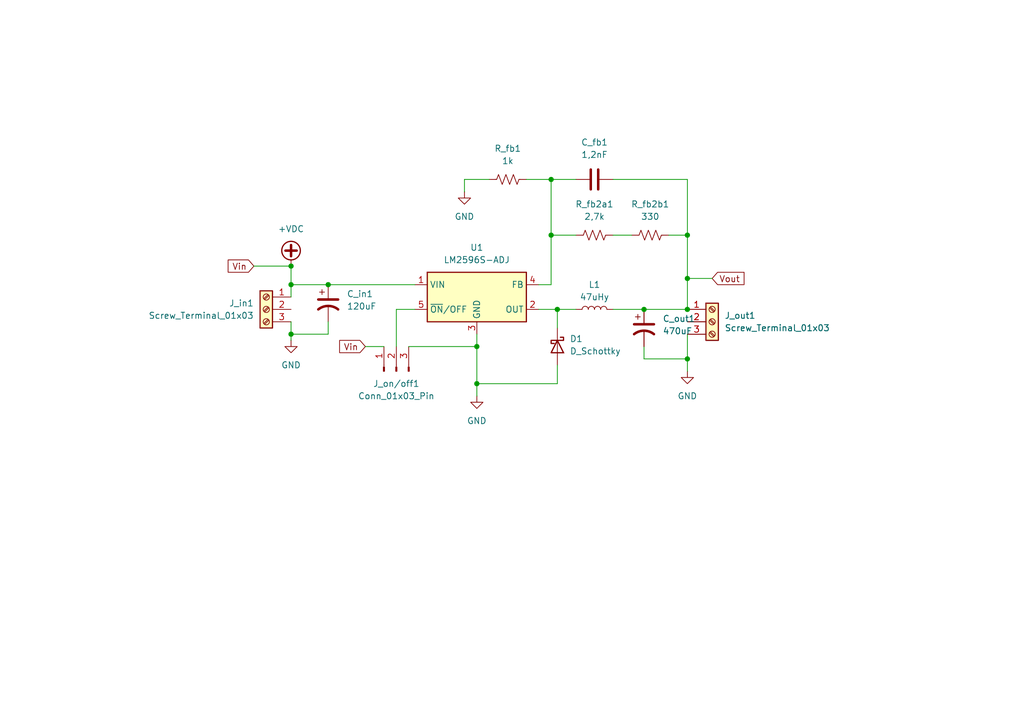
<source format=kicad_sch>
(kicad_sch (version 20231120) (generator "eeschema") (generator_version "8.0")
  (paper "A5")
  (title_block (title "Regulador Buck 5V") (rev "0") (company "UTN - FRBA - Electrónica de Potencia") (comment 1 "Zolezzi Mir, Lucio") (comment 2 "Gomez, Hugo Alejandro") (comment 3 "Alumnos:"))
  (lib_symbols
    (symbol "Connector:Conn_01x03_Pin" (pin_names (offset 1.016) hide)
      (property "Reference" "J" (at 0 5.08 0))
      (property "Value" "Conn_01x03_Pin" (at 0 -5.08 0))
      (symbol "Conn_01x03_Pin_1_1"
        (polyline (pts (xy 1.27 -2.54) (xy 0.8636 -2.54)) (stroke (width 0.1524)))
        (polyline (pts (xy 1.27 0) (xy 0.8636 0)) (stroke (width 0.1524)))
        (polyline (pts (xy 1.27 2.54) (xy 0.8636 2.54)) (stroke (width 0.1524)))
        (rectangle (start 0.8636 -2.413) (end 0 -2.667) (stroke (width 0.1524)) (fill (type outline)))
        (rectangle (start 0.8636 0.127) (end 0 -0.127) (stroke (width 0.1524)) (fill (type outline)))
        (rectangle (start 0.8636 2.667) (end 0 2.413) (stroke (width 0.1524)) (fill (type outline)))
        (pin passive line (at 5.08 2.54 180) (length 3.81) (name "Pin_1") (number "1"))
        (pin passive line (at 5.08 0 180) (length 3.81) (name "Pin_2") (number "2"))
        (pin passive line (at 5.08 -2.54 180) (length 3.81) (name "Pin_3") (number "3"))
      )
    )
    (symbol "Connector:Screw_Terminal_01x03" (pin_names (offset 1.016) hide)
      (property "Reference" "J" (at 0 5.08 0))
      (property "Value" "Screw_Terminal_01x03" (at 0 -5.08 0))
      (symbol "Screw_Terminal_01x03_1_1"
        (rectangle (start -1.27 3.81) (end 1.27 -3.81) (stroke (width 0.254)) (fill (type background)))
        (circle (center 0 -2.54) (radius 0.635) (stroke (width 0.1524)))
        (polyline (pts (xy -0.5334 -2.2098) (xy 0.3302 -3.048)) (stroke (width 0.1524)))
        (polyline (pts (xy -0.5334 0.3302) (xy 0.3302 -0.508)) (stroke (width 0.1524)))
        (polyline (pts (xy -0.5334 2.8702) (xy 0.3302 2.032)) (stroke (width 0.1524)))
        (polyline (pts (xy -0.3556 -2.032) (xy 0.508 -2.8702)) (stroke (width 0.1524)))
        (polyline (pts (xy -0.3556 0.508) (xy 0.508 -0.3302)) (stroke (width 0.1524)))
        (polyline (pts (xy -0.3556 3.048) (xy 0.508 2.2098)) (stroke (width 0.1524)))
        (circle (center 0 0) (radius 0.635) (stroke (width 0.1524)))
        (circle (center 0 2.54) (radius 0.635) (stroke (width 0.1524)))
        (pin passive line (at -5.08 2.54 0) (length 3.81) (name "Pin_1") (number "1"))
        (pin passive line (at -5.08 0 0) (length 3.81) (name "Pin_2") (number "2"))
        (pin passive line (at -5.08 -2.54 0) (length 3.81) (name "Pin_3") (number "3"))
      )
    )
    (symbol "Device:C" (pin_numbers hide) (pin_names (offset 0.254))
      (property "Reference" "C" (at 0.635 2.54 0))
      (property "Value" "C" (at 0.635 -2.54 0))
      (symbol "C_0_1"
        (polyline (pts (xy -2.032 -0.762) (xy 2.032 -0.762)) (stroke (width 0.508)))
        (polyline (pts (xy -2.032 0.762) (xy 2.032 0.762)) (stroke (width 0.508)))
      )
      (symbol "C_1_1"
        (pin passive line (at 0 3.81 270) (length 2.794) (name "~") (number "1"))
        (pin passive line (at 0 -3.81 90) (length 2.794) (name "~") (number "2"))
      )
    )
    (symbol "Device:C_Polarized_US" (pin_numbers hide) (pin_names (offset 0.254) hide)
      (property "Reference" "C" (at 0.635 2.54 0))
      (property "Value" "C_Polarized_US" (at 0.635 -2.54 0))
      (symbol "C_Polarized_US_0_1"
        (polyline (pts (xy -2.032 0.762) (xy 2.032 0.762)) (stroke (width 0.508)))
        (polyline (pts (xy -1.778 2.286) (xy -0.762 2.286)))
        (polyline (pts (xy -1.27 1.778) (xy -1.27 2.794)))
        (arc (start 2.032 -1.27) (mid 0 -0.5572) (end -2.032 -1.27) (stroke (width 0.508)))
      )
      (symbol "C_Polarized_US_1_1"
        (pin passive line (at 0 3.81 270) (length 2.794) (name "~") (number "1"))
        (pin passive line (at 0 -3.81 90) (length 3.302) (name "~") (number "2"))
      )
    )
    (symbol "Device:D_Schottky" (pin_numbers hide) (pin_names (offset 1.016) hide)
      (property "Reference" "D" (at 0 2.54 0))
      (property "Value" "D_Schottky" (at 0 -2.54 0))
      (symbol "D_Schottky_0_1"
        (polyline (pts (xy 1.27 0) (xy -1.27 0)))
        (polyline (pts (xy 1.27 1.27) (xy 1.27 -1.27) (xy -1.27 0) (xy 1.27 1.27)) (stroke (width 0.254)))
        (polyline (pts (xy -1.905 0.635) (xy -1.905 1.27) (xy -1.27 1.27) (xy -1.27 -1.27) (xy -0.635 -1.27) (xy -0.635 -0.635)) (stroke (width 0.254)))
      )
      (symbol "D_Schottky_1_1"
        (pin passive line (at -3.81 0 0) (length 2.54) (name "K") (number "1"))
        (pin passive line (at 3.81 0 180) (length 2.54) (name "A") (number "2"))
      )
    )
    (symbol "Device:L" (pin_numbers hide) (pin_names (offset 1.016) hide)
      (property "Reference" "L" (at -1.27 0 90))
      (property "Value" "L" (at 1.905 0 90))
      (symbol "L_0_1"
        (arc (start 0 -2.54) (mid 0.6323 -1.905) (end 0 -1.27))
        (arc (start 0 -1.27) (mid 0.6323 -0.635) (end 0 0))
        (arc (start 0 0) (mid 0.6323 0.635) (end 0 1.27))
        (arc (start 0 1.27) (mid 0.6323 1.905) (end 0 2.54))
      )
      (symbol "L_1_1"
        (pin passive line (at 0 3.81 270) (length 1.27) (name "1") (number "1"))
        (pin passive line (at 0 -3.81 90) (length 1.27) (name "2") (number "2"))
      )
    )
    (symbol "Device:R_US" (pin_numbers hide) (pin_names (offset 0))
      (property "Reference" "R" (at 2.54 0 90))
      (property "Value" "R_US" (at -2.54 0 90))
      (symbol "R_US_0_1"
        (polyline (pts (xy 0 -2.286) (xy 0 -2.54)))
        (polyline (pts (xy 0 2.286) (xy 0 2.54)))
        (polyline (pts (xy 0 -0.762) (xy 1.016 -1.143) (xy 0 -1.524) (xy -1.016 -1.905) (xy 0 -2.286)))
        (polyline (pts (xy 0 0.762) (xy 1.016 0.381) (xy 0 0) (xy -1.016 -0.381) (xy 0 -0.762)))
        (polyline (pts (xy 0 2.286) (xy 1.016 1.905) (xy 0 1.524) (xy -1.016 1.143) (xy 0 0.762)))
      )
      (symbol "R_US_1_1"
        (pin passive line (at 0 3.81 270) (length 1.27) (name "~") (number "1"))
        (pin passive line (at 0 -3.81 90) (length 1.27) (name "~") (number "2"))
      )
    )
    (symbol "Regulator_Switching:LM2596S-ADJ"
      (property "Reference" "U" (at -10.16 6.35 0))
      (property "Value" "LM2596S-ADJ" (at 0 6.35 0))
      (symbol "LM2596S-ADJ_0_1"
        (rectangle (start -10.16 5.08) (end 10.16 -5.08) (stroke (width 0.254)) (fill (type background)))
      )
      (symbol "LM2596S-ADJ_1_1"
        (pin power_in line (at -12.7 2.54 0) (length 2.54) (name "VIN") (number "1"))
        (pin output line (at 12.7 -2.54 180) (length 2.54) (name "OUT") (number "2"))
        (pin power_in line (at 0 -7.62 90) (length 2.54) (name "GND") (number "3"))
        (pin input line (at 12.7 2.54 180) (length 2.54) (name "FB") (number "4"))
        (pin input line (at -12.7 -2.54 0) (length 2.54) (name "~{ON}/OFF") (number "5"))
      )
    )
    (symbol "power:+VDC" (power) (pin_numbers hide) (pin_names (offset 0) hide)
      (property "Value" "+VDC" (at 0 6.35 0))
      (symbol "+VDC_0_1"
        (polyline (pts (xy -1.143 3.175) (xy 1.143 3.175)) (stroke (width 0.508)))
        (polyline (pts (xy 0 0) (xy 0 1.27)))
        (polyline (pts (xy 0 2.032) (xy 0 4.318)) (stroke (width 0.508)))
        (circle (center 0 3.175) (radius 1.905) (stroke (width 0.254)))
      )
      (symbol "+VDC_1_1"
        (pin power_in line (at 0 0 90) (length 0) (name "~") (number "1"))
      )
    )
    (symbol "power:GND" (power) (pin_numbers hide) (pin_names (offset 0) hide)
      (property "Value" "GND" (at 0 -3.81 0))
      (symbol "GND_0_1"
        (polyline (pts (xy 0 0) (xy 0 -1.27) (xy 1.27 -1.27) (xy 0 -2.54) (xy -1.27 -1.27) (xy 0 -1.27)))
      )
      (symbol "GND_1_1"
        (pin power_in line (at 0 0 270) (length 0) (name "~") (number "1"))
      )
    )
  )
  (junction (at 114.3 63.5))
  (junction (at 140.97 48.26))
  (junction (at 113.03 48.26))
  (junction (at 67.31 58.42))
  (junction (at 59.69 68.58))
  (junction (at 97.79 78.74))
  (junction (at 140.97 73.66))
  (junction (at 59.69 58.42))
  (junction (at 113.03 36.83))
  (junction (at 59.69 54.61))
  (junction (at 140.97 57.15))
  (junction (at 140.97 63.5))
  (junction (at 97.79 71.12))
  (junction (at 132.08 63.5))
  (wire (pts (xy 52.07 54.61) (xy 59.69 54.61)))
  (wire (pts (xy 113.03 36.83) (xy 107.95 36.83)))
  (wire (pts (xy 132.08 63.5) (xy 140.97 63.5)))
  (wire (pts (xy 59.69 54.61) (xy 59.69 58.42)))
  (wire (pts (xy 97.79 71.12) (xy 97.79 78.74)))
  (wire (pts (xy 140.97 36.83) (xy 140.97 48.26)))
  (wire (pts (xy 113.03 48.26) (xy 113.03 36.83)))
  (wire (pts (xy 114.3 63.5) (xy 118.11 63.5)))
  (wire (pts (xy 114.3 67.31) (xy 114.3 63.5)))
  (wire (pts (xy 97.79 78.74) (xy 114.3 78.74)))
  (wire (pts (xy 110.49 58.42) (xy 113.03 58.42)))
  (wire (pts (xy 140.97 57.15) (xy 140.97 63.5)))
  (wire (pts (xy 67.31 58.42) (xy 85.09 58.42)))
  (wire (pts (xy 59.69 68.58) (xy 67.31 68.58)))
  (wire (pts (xy 110.49 63.5) (xy 114.3 63.5)))
  (wire (pts (xy 114.3 74.93) (xy 114.3 78.74)))
  (wire (pts (xy 132.08 73.66) (xy 140.97 73.66)))
  (wire (pts (xy 140.97 73.66) (xy 140.97 76.2)))
  (wire (pts (xy 140.97 48.26) (xy 140.97 57.15)))
  (wire (pts (xy 113.03 36.83) (xy 118.11 36.83)))
  (wire (pts (xy 95.25 39.37) (xy 95.25 36.83)))
  (wire (pts (xy 59.69 66.04) (xy 59.69 68.58)))
  (wire (pts (xy 140.97 57.15) (xy 146.05 57.15)))
  (wire (pts (xy 59.69 68.58) (xy 59.69 69.85)))
  (wire (pts (xy 125.73 36.83) (xy 140.97 36.83)))
  (wire (pts (xy 95.25 36.83) (xy 100.33 36.83)))
  (wire (pts (xy 67.31 66.04) (xy 67.31 68.58)))
  (wire (pts (xy 137.16 48.26) (xy 140.97 48.26)))
  (wire (pts (xy 125.73 48.26) (xy 129.54 48.26)))
  (wire (pts (xy 140.97 68.58) (xy 140.97 73.66)))
  (wire (pts (xy 74.93 71.12) (xy 78.74 71.12)))
  (wire (pts (xy 81.28 63.5) (xy 85.09 63.5)))
  (wire (pts (xy 97.79 68.58) (xy 97.79 71.12)))
  (wire (pts (xy 125.73 63.5) (xy 132.08 63.5)))
  (wire (pts (xy 113.03 48.26) (xy 118.11 48.26)))
  (wire (pts (xy 81.28 71.12) (xy 81.28 63.5)))
  (wire (pts (xy 97.79 78.74) (xy 97.79 81.28)))
  (wire (pts (xy 59.69 58.42) (xy 67.31 58.42)))
  (wire (pts (xy 59.69 58.42) (xy 59.69 60.96)))
  (wire (pts (xy 83.82 71.12) (xy 97.79 71.12)))
  (wire (pts (xy 113.03 58.42) (xy 113.03 48.26)))
  (wire (pts (xy 132.08 71.12) (xy 132.08 73.66)))
  (global_label "Vout" (shape input) (at 146.05 57.15 0) (property "Intersheetrefs" "${INTERSHEET_REFS}" (effects (hide yes))))
  (global_label "Vin" (shape input) (at 52.07 54.61 180) (property "Intersheetrefs" "${INTERSHEET_REFS}" (effects (hide yes))))
  (global_label "Vin" (shape input) (at 74.93 71.12 180) (property "Intersheetrefs" "${INTERSHEET_REFS}" (effects (hide yes))))
  (symbol (lib_id "Device:R_US") (at 104.14 36.83 90) (unit 1)
    (property "Reference" "R_fb1" (at 104.14 30.48 90))
    (property "Value" "1k" (at 104.14 33.02 90))
    (property "Footprint" "Resistor_THT:R_Axial_DIN0309_L9.0mm_D3.2mm_P12.70mm_Horizontal" (effects (hide yes)))
    (property "Description" "Resistor, US symbol" (effects (hide yes)))
  )
  (symbol (lib_id "Device:R_US") (at 133.35 48.26 90) (unit 1)
    (property "Reference" "R_fb2b1" (at 133.35 41.91 90))
    (property "Value" "330" (at 133.35 44.45 90))
    (property "Footprint" "Resistor_THT:R_Axial_DIN0414_L11.9mm_D4.5mm_P5.08mm_Vertical" (effects (hide yes)))
    (property "Description" "Resistor, US symbol" (effects (hide yes)))
  )
  (symbol (lib_id "power:+VDC") (at 59.69 54.61 0) (unit 1)
    (property "Reference" "#PWR01" (effects (hide yes)))
    (property "Value" "+VDC" (at 59.69 46.99 0))
    (property "Description" "Power symbol creates a global label with name \"+VDC\"" (effects (hide yes)))
  )
  (symbol (lib_id "Device:L") (at 121.92 63.5 90) (unit 1)
    (property "Reference" "L1" (at 121.92 58.42 90))
    (property "Value" "47uHy" (at 121.92 60.96 90))
    (property "Footprint" "Inductor_SMD:L_Coilcraft_MSS1210-XXX" (effects (hide yes)))
    (property "Description" "Inductor" (effects (hide yes)))
  )
  (symbol (lib_id "Device:D_Schottky") (at 114.3 71.12 270) (unit 1)
    (property "Reference" "D1" (at 116.84 69.5324 90) (effects (justify left)))
    (property "Value" "D_Schottky" (at 116.84 72.0724 90) (effects (justify left)))
    (property "Footprint" "Diode_THT:D_5W_P12.70mm_Horizontal" (effects (hide yes)))
    (property "Description" "Schottky diode" (effects (hide yes)))
  )
  (symbol (lib_id "power:GND") (at 97.79 81.28 0) (unit 1)
    (property "Reference" "#PWR03" (effects (hide yes)))
    (property "Value" "GND" (at 97.79 86.36 0))
    (property "Description" "Power symbol creates a global label with name \"GND\" , ground" (effects (hide yes)))
  )
  (symbol (lib_id "Connector:Conn_01x03_Pin") (at 81.28 76.2 90) (unit 1)
    (property "Reference" "J_on/off1" (at 81.28 78.74 90))
    (property "Value" "Conn_01x03_Pin" (at 81.28 81.28 90))
    (property "Footprint" "Connector_PinSocket_2.54mm:PinSocket_1x03_P2.54mm_Vertical" (effects (hide yes)))
    (property "Description" "Generic connector, single row, 01x03, script generated" (effects (hide yes)))
  )
  (symbol (lib_id "Connector:Screw_Terminal_01x03") (at 54.61 63.5 0) (mirror y) (unit 1)
    (property "Reference" "J_in1" (at 52.07 62.2299 0) (effects (justify left)))
    (property "Value" "Screw_Terminal_01x03" (at 52.07 64.7699 0) (effects (justify left)))
    (property "Footprint" "TerminalBlock_TE-Connectivity:TerminalBlock_TE_282834-3_1x03_P2.54mm_Horizontal" (effects (hide yes)))
    (property "Description" "Generic screw terminal, single row, 01x03, script generated (kicad-library-utils/schlib/autogen/connector/)" (effects (hide yes)))
  )
  (symbol (lib_id "Device:R_US") (at 121.92 48.26 90) (unit 1)
    (property "Reference" "R_fb2a1" (at 121.92 41.91 90))
    (property "Value" "2,7k" (at 121.92 44.45 90))
    (property "Footprint" "Resistor_THT:R_Axial_DIN0309_L9.0mm_D3.2mm_P12.70mm_Horizontal" (effects (hide yes)))
    (property "Description" "Resistor, US symbol" (effects (hide yes)))
  )
  (symbol (lib_id "Device:C_Polarized_US") (at 67.31 62.23 0) (unit 1)
    (property "Reference" "C_in1" (at 71.12 60.3249 0) (effects (justify left)))
    (property "Value" "120uF" (at 71.12 62.8649 0) (effects (justify left)))
    (property "Footprint" "Capacitor_THT:CP_Radial_D13.0mm_P5.00mm" (effects (hide yes)))
    (property "Description" "Polarized capacitor, US symbol" (effects (hide yes)))
  )
  (symbol (lib_id "power:GND") (at 140.97 76.2 0) (unit 1)
    (property "Reference" "#PWR04" (effects (hide yes)))
    (property "Value" "GND" (at 140.97 81.28 0))
    (property "Description" "Power symbol creates a global label with name \"GND\" , ground" (effects (hide yes)))
  )
  (symbol (lib_id "Connector:Screw_Terminal_01x03") (at 146.05 66.04 0) (unit 1)
    (property "Reference" "J_out1" (at 148.59 64.7699 0) (effects (justify left)))
    (property "Value" "Screw_Terminal_01x03" (at 148.59 67.3099 0) (effects (justify left)))
    (property "Footprint" "TerminalBlock_TE-Connectivity:TerminalBlock_TE_282834-3_1x03_P2.54mm_Horizontal" (effects (hide yes)))
    (property "Description" "Generic screw terminal, single row, 01x03, script generated (kicad-library-utils/schlib/autogen/connector/)" (effects (hide yes)))
  )
  (symbol (lib_id "Regulator_Switching:LM2596S-ADJ") (at 97.79 60.96 0) (unit 1)
    (property "Reference" "U1" (at 97.79 50.8 0))
    (property "Value" "LM2596S-ADJ" (at 97.79 53.34 0))
    (property "Footprint" "Package_TO_SOT_SMD:TO-263-5_TabPin3" (effects (hide yes)))
    (property "Datasheet" "http://www.ti.com/lit/ds/symlink/lm2596.pdf" (effects (hide yes)))
    (property "Description" "Adjustable 3A Step-Down Voltage Regulator, TO-263" (effects (hide yes)))
  )
  (symbol (lib_id "power:GND") (at 95.25 39.37 0) (unit 1)
    (property "Reference" "#PWR05" (effects (hide yes)))
    (property "Value" "GND" (at 95.25 44.45 0))
    (property "Description" "Power symbol creates a global label with name \"GND\" , ground" (effects (hide yes)))
  )
  (symbol (lib_id "Device:C") (at 121.92 36.83 90) (unit 1)
    (property "Reference" "C_fb1" (at 121.92 29.21 90))
    (property "Value" "1,2nF" (at 121.92 31.75 90))
    (property "Footprint" "Capacitor_THT:C_Disc_D3.0mm_W2.0mm_P2.50mm" (effects (hide yes)))
    (property "Description" "Unpolarized capacitor" (effects (hide yes)))
  )
  (symbol (lib_id "Device:C_Polarized_US") (at 132.08 67.31 0) (unit 1)
    (property "Reference" "C_out1" (at 135.89 65.4049 0) (effects (justify left)))
    (property "Value" "470uF" (at 135.89 67.9449 0) (effects (justify left)))
    (property "Footprint" "Capacitor_THT:CP_Radial_D13.0mm_P5.00mm" (effects (hide yes)))
    (property "Description" "Polarized capacitor, US symbol" (effects (hide yes)))
  )
  (symbol (lib_id "power:GND") (at 59.69 69.85 0) (unit 1)
    (property "Reference" "#PWR02" (effects (hide yes)))
    (property "Value" "GND" (at 59.69 74.93 0))
    (property "Description" "Power symbol creates a global label with name \"GND\" , ground" (effects (hide yes)))
  )
)
</source>
